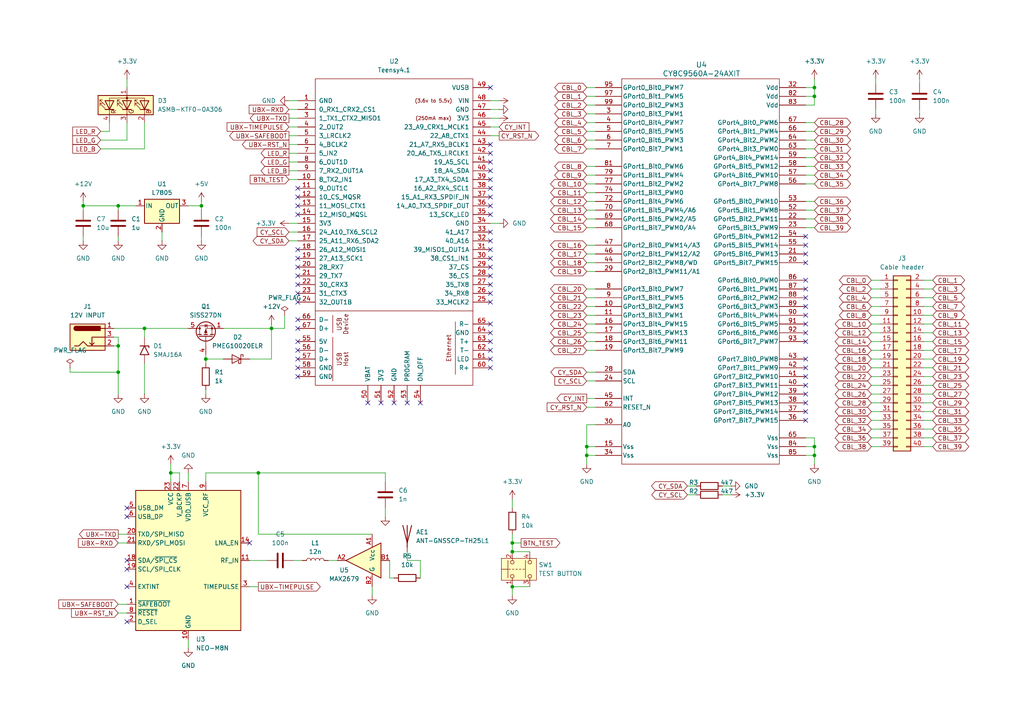
<source format=kicad_sch>
(kicad_sch (version 20250114) (generator "eeschema") (generator_version "9.0")
  (paper "A4")
  (title_block (title "Hardware Hiring Challenge") (date "2024-05-23") (rev "A") (company "comma.ai"))
  (lib_symbols
    (symbol "CY8C9560A:CY8C9560A-24AXIT" (pin_names (offset 0.254))
      (property "Reference" "U4" (at 23.114 4.064 0))
      (property "Value" "CY8C9560A-24AXIT" (at 23.114 1.524 0))
      (symbol "CY8C9560A-24AXIT_0_1"
        (pin bidirectional line (at -7.62 -2.54 0) (length 7.62) (name "GPort0_Bit0_PWM7") (number "95"))
        (pin bidirectional line (at -7.62 -5.08 0) (length 7.62) (name "GPort0_Bit1_PWM5") (number "97"))
        (pin bidirectional line (at -7.62 -7.62 0) (length 7.62) (name "GPort0_Bit2_PWM3") (number "99"))
        (pin bidirectional line (at -7.62 -10.16 0) (length 7.62) (name "GPort0_Bit3_PWM1") (number "3"))
        (pin bidirectional line (at -7.62 -12.7 0) (length 7.62) (name "GPort0_Bit4_PWM7") (number "4"))
        (pin bidirectional line (at -7.62 -15.24 0) (length 7.62) (name "GPort0_Bit5_PWM5") (number "5"))
        (pin bidirectional line (at -7.62 -17.78 0) (length 7.62) (name "GPort0_Bit6_PWM3") (number "6"))
        (pin bidirectional line (at -7.62 -20.32 0) (length 7.62) (name "GPort0_Bit7_PWM1") (number "7"))
        (pin bidirectional line (at -7.62 -25.4 0) (length 7.62) (name "GPort1_Bit0_PWM6") (number "81"))
        (pin bidirectional line (at -7.62 -27.94 0) (length 7.62) (name "GPort1_Bit1_PWM4") (number "79"))
        (pin bidirectional line (at -7.62 -30.48 0) (length 7.62) (name "GPort1_Bit2_PWM2") (number "77"))
        (pin bidirectional line (at -7.62 -33.02 0) (length 7.62) (name "GPort1_Bit3_PWM0") (number "74"))
        (pin bidirectional line (at -7.62 -35.56 0) (length 7.62) (name "GPort1_Bit4_PWM6") (number "72"))
        (pin bidirectional line (at -7.62 -38.1 0) (length 7.62) (name "GPort1_Bit5_PWM4/A6") (number "70"))
        (pin bidirectional line (at -7.62 -40.64 0) (length 7.62) (name "GPort1_Bit6_PWM2/A5") (number "69"))
        (pin bidirectional line (at -7.62 -43.18 0) (length 7.62) (name "GPort1_Bit7_PWM0/A4") (number "68"))
        (pin bidirectional line (at -7.62 -48.26 0) (length 7.62) (name "GPort2_Bit0_PWM14/A3") (number "47"))
        (pin bidirectional line (at -7.62 -50.8 0) (length 7.62) (name "GPort2_Bit1_PWM12/A2") (number "46"))
        (pin bidirectional line (at -7.62 -53.34 0) (length 7.62) (name "GPort2_Bit2_PWM8/WD") (number "44"))
        (pin bidirectional line (at -7.62 -55.88 0) (length 7.62) (name "GPort2_Bit3_PWM11/A1") (number "29"))
        (pin bidirectional line (at -7.62 -60.96 0) (length 7.62) (name "GPort3_Bit0_PWM7") (number "8"))
        (pin bidirectional line (at -7.62 -63.5 0) (length 7.62) (name "GPort3_Bit1_PWM5") (number "9"))
        (pin bidirectional line (at -7.62 -66.04 0) (length 7.62) (name "GPort3_Bit2_PWM3") (number "10"))
        (pin bidirectional line (at -7.62 -68.58 0) (length 7.62) (name "GPort3_Bit3_PWM1") (number "11"))
        (pin bidirectional line (at -7.62 -71.12 0) (length 7.62) (name "GPort3_Bit4_PWM15") (number "16"))
        (pin bidirectional line (at -7.62 -73.66 0) (length 7.62) (name "GPort3_Bit5_PWM13") (number "17"))
        (pin bidirectional line (at -7.62 -76.2 0) (length 7.62) (name "GPort3_Bit6_PWM11") (number "18"))
        (pin bidirectional line (at -7.62 -78.74 0) (length 7.62) (name "GPort3_Bit7_PWM9") (number "19"))
        (pin bidirectional line (at -7.62 -85.09 0) (length 7.62) (name "SDA") (number "28"))
        (pin input line (at -7.62 -87.63 0) (length 7.62) (name "SCL") (number "24"))
        (pin output line (at -7.62 -92.71 0) (length 7.62) (name "INT") (number "45"))
        (pin input line (at -7.62 -95.25 0) (length 7.62) (name "RESET_N") (number "62"))
        (pin input line (at -7.62 -100.33 0) (length 7.62) (name "A0") (number "30"))
        (pin power_in line (at -7.62 -106.68 0) (length 7.62) (name "Vss") (number "15"))
        (pin power_in line (at -7.62 -109.22 0) (length 7.62) (name "Vss") (number "34"))
        (pin power_in line (at 53.34 -2.54 180) (length 7.62) (name "Vdd") (number "32"))
        (pin power_in line (at 53.34 -5.08 180) (length 7.62) (name "Vdd") (number "82"))
        (pin power_in line (at 53.34 -7.62 180) (length 7.62) (name "Vdd") (number "83"))
        (pin bidirectional line (at 53.34 -15.24 180) (length 7.62) (name "GPort4_Bit1_PWM4") (number "66"))
        (pin bidirectional line (at 53.34 -17.78 180) (length 7.62) (name "GPort4_Bit2_PWM2") (number "64"))
        (pin bidirectional line (at 53.34 -20.32 180) (length 7.62) (name "GPort4_Bit3_PWM0") (number "63"))
        (pin bidirectional line (at 53.34 -22.86 180) (length 7.62) (name "GPort4_Bit4_PWM14") (number "59"))
        (pin bidirectional line (at 53.34 -25.4 180) (length 7.62) (name "GPort4_Bit5_PWM12") (number "58"))
        (pin bidirectional line (at 53.34 -27.94 180) (length 7.62) (name "GPort4_Bit6_PWM10") (number "57"))
        (pin bidirectional line (at 53.34 -30.48 180) (length 7.62) (name "GPort4_Bit7_PWM8") (number "56"))
        (pin bidirectional line (at 53.34 -35.56 180) (length 7.62) (name "GPort5_Bit0_PWM10") (number "53"))
        (pin bidirectional line (at 53.34 -38.1 180) (length 7.62) (name "GPort5_Bit1_PWM8") (number "52"))
        (pin bidirectional line (at 53.34 -40.64 180) (length 7.62) (name "GPort5_Bit2_PWM11") (number "22"))
        (pin bidirectional line (at 53.34 -43.18 180) (length 7.62) (name "GPort5_Bit3_PWM9") (number "23"))
        (pin bidirectional line (at 53.34 -45.72 180) (length 7.62) (name "GPort5_Bit4_PWM12") (number "54"))
        (pin bidirectional line (at 53.34 -48.26 180) (length 7.62) (name "GPort5_Bit5_PWM14") (number "55"))
        (pin bidirectional line (at 53.34 -50.8 180) (length 7.62) (name "GPort5_Bit6_PWM13") (number "21"))
        (pin bidirectional line (at 53.34 -53.34 180) (length 7.62) (name "GPort5_Bit7_PWM15") (number "20"))
        (pin bidirectional line (at 53.34 -58.42 180) (length 7.62) (name "GPort6_Bit0_PWM0") (number "86"))
        (pin bidirectional line (at 53.34 -60.96 180) (length 7.62) (name "GPort6_Bit1_PWM1") (number "87"))
        (pin bidirectional line (at 53.34 -63.5 180) (length 7.62) (name "GPort6_Bit2_PWM2") (number "88"))
        (pin bidirectional line (at 53.34 -66.04 180) (length 7.62) (name "GPort6_Bit3_PWM3") (number "89"))
        (pin bidirectional line (at 53.34 -68.58 180) (length 7.62) (name "GPort6_Bit4_PWM4") (number "90"))
        (pin bidirectional line (at 53.34 -71.12 180) (length 7.62) (name "GPort6_Bit5_PWM5") (number "91"))
        (pin bidirectional line (at 53.34 -73.66 180) (length 7.62) (name "GPort6_Bit6_PWM6") (number "92"))
        (pin bidirectional line (at 53.34 -76.2 180) (length 7.62) (name "GPort6_Bit7_PWM7") (number "93"))
        (pin bidirectional line (at 53.34 -81.28 180) (length 7.62) (name "GPort7_Bit0_PWM8") (number "43"))
        (pin bidirectional line (at 53.34 -83.82 180) (length 7.62) (name "GPort7_Bit1_PWM9") (number "42"))
        (pin bidirectional line (at 53.34 -86.36 180) (length 7.62) (name "GPort7_Bit2_PWM10") (number "41"))
        (pin bidirectional line (at 53.34 -88.9 180) (length 7.62) (name "GPort7_Bit3_PWM11") (number "40"))
        (pin bidirectional line (at 53.34 -91.44 180) (length 7.62) (name "GPort7_Bit4_PWM12") (number "39"))
        (pin bidirectional line (at 53.34 -93.98 180) (length 7.62) (name "GPort7_Bit5_PWM13") (number "38"))
        (pin bidirectional line (at 53.34 -96.52 180) (length 7.62) (name "GPort7_Bit6_PWM14") (number "37"))
        (pin bidirectional line (at 53.34 -99.06 180) (length 7.62) (name "GPort7_Bit7_PWM15") (number "36"))
        (pin power_in line (at 53.34 -104.14 180) (length 7.62) (name "Vss") (number "65"))
        (pin power_in line (at 53.34 -106.68 180) (length 7.62) (name "Vss") (number "84"))
        (pin power_in line (at 53.34 -109.22 180) (length 7.62) (name "Vss") (number "85"))
      )
      (symbol "CY8C9560A-24AXIT_1_1"
        (pin bidirectional line (at 53.34 -12.7 180) (length 7.62) (name "GPort4_Bit0_PWM6") (number "67"))
      )
    )
    (symbol "Connector:Barrel_Jack_Switch" (pin_names (hide yes))
      (property "Reference" "J" (at 0 5.334 0))
      (property "Value" "Barrel_Jack_Switch" (at 0 -5.08 0))
      (symbol "Barrel_Jack_Switch_1_1"
        (pin passive line (at 7.62 2.54 180) (length 2.54) (name "~") (number "1"))
        (pin passive line (at 7.62 0 180) (length 2.54) (name "~") (number "3"))
        (pin passive line (at 7.62 -2.54 180) (length 2.54) (name "~") (number "2"))
      )
    )
    (symbol "Connector_Generic:Conn_02x20_Odd_Even" (pin_names (offset 1.016) (hide yes))
      (property "Reference" "J" (at 1.27 25.4 0))
      (property "Value" "Conn_02x20_Odd_Even" (at 1.27 -27.94 0))
      (symbol "Conn_02x20_Odd_Even_1_1"
        (pin passive line (at -5.08 22.86 0) (length 3.81) (name "Pin_1") (number "1"))
        (pin passive line (at -5.08 20.32 0) (length 3.81) (name "Pin_3") (number "3"))
        (pin passive line (at -5.08 17.78 0) (length 3.81) (name "Pin_5") (number "5"))
        (pin passive line (at -5.08 15.24 0) (length 3.81) (name "Pin_7") (number "7"))
        (pin passive line (at -5.08 12.7 0) (length 3.81) (name "Pin_9") (number "9"))
        (pin passive line (at -5.08 10.16 0) (length 3.81) (name "Pin_11") (number "11"))
        (pin passive line (at -5.08 7.62 0) (length 3.81) (name "Pin_13") (number "13"))
        (pin passive line (at -5.08 5.08 0) (length 3.81) (name "Pin_15") (number "15"))
        (pin passive line (at -5.08 2.54 0) (length 3.81) (name "Pin_17") (number "17"))
        (pin passive line (at -5.08 0 0) (length 3.81) (name "Pin_19") (number "19"))
        (pin passive line (at -5.08 -2.54 0) (length 3.81) (name "Pin_21") (number "21"))
        (pin passive line (at -5.08 -5.08 0) (length 3.81) (name "Pin_23") (number "23"))
        (pin passive line (at -5.08 -7.62 0) (length 3.81) (name "Pin_25") (number "25"))
        (pin passive line (at -5.08 -10.16 0) (length 3.81) (name "Pin_27") (number "27"))
        (pin passive line (at -5.08 -12.7 0) (length 3.81) (name "Pin_29") (number "29"))
        (pin passive line (at -5.08 -15.24 0) (length 3.81) (name "Pin_31") (number "31"))
        (pin passive line (at -5.08 -17.78 0) (length 3.81) (name "Pin_33") (number "33"))
        (pin passive line (at -5.08 -20.32 0) (length 3.81) (name "Pin_35") (number "35"))
        (pin passive line (at -5.08 -22.86 0) (length 3.81) (name "Pin_37") (number "37"))
        (pin passive line (at -5.08 -25.4 0) (length 3.81) (name "Pin_39") (number "39"))
        (pin passive line (at 7.62 22.86 180) (length 3.81) (name "Pin_2") (number "2"))
        (pin passive line (at 7.62 20.32 180) (length 3.81) (name "Pin_4") (number "4"))
        (pin passive line (at 7.62 17.78 180) (length 3.81) (name "Pin_6") (number "6"))
        (pin passive line (at 7.62 15.24 180) (length 3.81) (name "Pin_8") (number "8"))
        (pin passive line (at 7.62 12.7 180) (length 3.81) (name "Pin_10") (number "10"))
        (pin passive line (at 7.62 10.16 180) (length 3.81) (name "Pin_12") (number "12"))
        (pin passive line (at 7.62 7.62 180) (length 3.81) (name "Pin_14") (number "14"))
        (pin passive line (at 7.62 5.08 180) (length 3.81) (name "Pin_16") (number "16"))
        (pin passive line (at 7.62 2.54 180) (length 3.81) (name "Pin_18") (number "18"))
        (pin passive line (at 7.62 0 180) (length 3.81) (name "Pin_20") (number "20"))
        (pin passive line (at 7.62 -2.54 180) (length 3.81) (name "Pin_22") (number "22"))
        (pin passive line (at 7.62 -5.08 180) (length 3.81) (name "Pin_24") (number "24"))
        (pin passive line (at 7.62 -7.62 180) (length 3.81) (name "Pin_26") (number "26"))
        (pin passive line (at 7.62 -10.16 180) (length 3.81) (name "Pin_28") (number "28"))
        (pin passive line (at 7.62 -12.7 180) (length 3.81) (name "Pin_30") (number "30"))
        (pin passive line (at 7.62 -15.24 180) (length 3.81) (name "Pin_32") (number "32"))
        (pin passive line (at 7.62 -17.78 180) (length 3.81) (name "Pin_34") (number "34"))
        (pin passive line (at 7.62 -20.32 180) (length 3.81) (name "Pin_36") (number "36"))
        (pin passive line (at 7.62 -22.86 180) (length 3.81) (name "Pin_38") (number "38"))
        (pin passive line (at 7.62 -25.4 180) (length 3.81) (name "Pin_40") (number "40"))
      )
    )
    (symbol "Device:Antenna" (pin_numbers (hide yes)) (pin_names (offset 1.016) (hide yes))
      (property "Reference" "AE" (at -1.905 1.905 0))
      (property "Value" "Antenna" (at -1.905 0 0))
      (symbol "Antenna_1_1"
        (pin input line (at 0 -5.08 90) (length 2.54) (name "A") (number "1"))
      )
    )
    (symbol "Device:C" (pin_numbers (hide yes)) (pin_names (offset 0.254))
      (property "Reference" "C" (at 0.635 2.54 0))
      (property "Value" "C" (at 0.635 -2.54 0))
      (symbol "C_1_1"
        (pin passive line (at 0 3.81 270) (length 2.794) (name "~") (number "1"))
        (pin passive line (at 0 -3.81 90) (length 2.794) (name "~") (number "2"))
      )
    )
    (symbol "Device:L" (pin_numbers (hide yes)) (pin_names (offset 1.016) (hide yes))
      (property "Reference" "L" (at -1.27 0 90))
      (property "Value" "L" (at 1.905 0 90))
      (symbol "L_1_1"
        (pin passive line (at 0 3.81 270) (length 1.27) (name "1") (number "1"))
        (pin passive line (at 0 -3.81 90) (length 1.27) (name "2") (number "2"))
      )
    )
    (symbol "Device:LED_ABGR" (pin_names (offset 0) (hide yes))
      (property "Reference" "D" (at 0 9.398 0))
      (property "Value" "LED_ABGR" (at 0 -8.89 0))
      (symbol "LED_ABGR_0_0"
        (text "R" (at -1.905 3.81 0) (effects (font (size 1.27 1.27))))
        (text "G" (at -1.905 -1.27 0) (effects (font (size 1.27 1.27))))
        (text "B" (at -1.905 -6.35 0) (effects (font (size 1.27 1.27))))
      )
      (symbol "LED_ABGR_1_1"
        (pin passive line (at -5.08 5.08 0) (length 2.54) (name "RK") (number "4"))
        (pin passive line (at -5.08 0 0) (length 2.54) (name "GK") (number "3"))
        (pin passive line (at -5.08 -5.08 0) (length 2.54) (name "BK") (number "2"))
        (pin passive line (at 5.08 0 180) (length 2.54) (name "A") (number "1"))
      )
    )
    (symbol "Device:R" (pin_numbers (hide yes)) (pin_names (offset 0))
      (property "Reference" "R" (at 2.032 0 90))
      (property "Value" "R" (at 0 0 90))
      (symbol "R_1_1"
        (pin passive line (at 0 3.81 270) (length 1.27) (name "~") (number "1"))
        (pin passive line (at 0 -3.81 90) (length 1.27) (name "~") (number "2"))
      )
    )
    (symbol "Diode:PMEG10020ELR" (pin_numbers (hide yes)) (pin_names (hide yes))
      (property "Reference" "D" (at 0 2.54 0))
      (property "Value" "PMEG10020ELR" (at 0 -2.54 0))
      (symbol "PMEG10020ELR_1_1"
        (pin passive line (at -3.81 0 0) (length 2.54) (name "K") (number "1"))
        (pin passive line (at 3.81 0 180) (length 2.54) (name "A") (number "2"))
      )
    )
    (symbol "Diode:SMAJ16A" (pin_numbers (hide yes)) (pin_names (offset 1.016) (hide yes))
      (property "Reference" "D" (at 0 2.54 0))
      (property "Value" "SMAJ16A" (at 0 -2.54 0))
      (symbol "SMAJ16A_1_1"
        (pin passive line (at -3.81 0 0) (length 2.54) (name "A1") (number "1"))
        (pin passive line (at 3.81 0 180) (length 2.54) (name "A2") (number "2"))
      )
    )
    (symbol "RF_Amplifier:MAX2679"
      (property "Reference" "U" (at 2.54 6.35 0))
      (property "Value" "MAX2679" (at 3.81 3.81 0))
      (symbol "MAX2679_1_1"
        (pin input line (at -7.62 0 0) (length 2.54) (name "~") (number "B1"))
        (pin power_in line (at -2.54 7.62 270) (length 3.81) (name "Vcc") (number "A1"))
        (pin power_in line (at -2.54 -7.62 90) (length 3.81) (name "G") (number "B2"))
        (pin output line (at 7.62 0 180) (length 2.54) (name "~") (number "A2"))
      )
    )
    (symbol "RF_GPS:NEO-M8N"
      (property "Reference" "U" (at -13.97 21.59 0))
      (property "Value" "NEO-M8N" (at 11.43 21.59 0))
      (symbol "NEO-M8N_1_1"
        (pin bidirectional line (at -17.78 15.24 0) (length 2.54) (name "USB_DM") (number "5"))
        (pin bidirectional line (at -17.78 12.7 0) (length 2.54) (name "USB_DP") (number "6"))
        (pin output line (at -17.78 7.62 0) (length 2.54) (name "TXD/SPI_MISO") (number "20"))
        (pin input line (at -17.78 5.08 0) (length 2.54) (name "RXD/SPI_MOSI") (number "21"))
        (pin bidirectional line (at -17.78 0 0) (length 2.54) (name "SDA/~{SPI_CS}") (number "18"))
        (pin input line (at -17.78 -2.54 0) (length 2.54) (name "SCL/SPI_CLK") (number "19"))
        (pin input line (at -17.78 -7.62 0) (length 2.54) (name "EXTINT") (number "4"))
        (pin input line (at -17.78 -12.7 0) (length 2.54) (name "~{SAFEBOOT}") (number "1"))
        (pin input line (at -17.78 -15.24 0) (length 2.54) (name "~{RESET}") (number "8"))
        (pin input line (at -17.78 -17.78 0) (length 2.54) (name "D_SEL") (number "2"))
        (pin power_in line (at -5.08 22.86 270) (length 2.54) (name "VCC") (number "23"))
        (pin power_in line (at -2.54 22.86 270) (length 2.54) (name "V_BCKP") (number "22"))
        (pin power_in line (at 0 22.86 270) (length 2.54) (name "VDD_USB") (number "7"))
        (pin power_in line (at 0 -22.86 90) (length 2.54) (name "GND") (number "10"))
        (pin passive line (at 0 -22.86 90) (length 2.54) (hide yes) (name "GND") (number "12"))
        (pin passive line (at 0 -22.86 90) (length 2.54) (hide yes) (name "GND") (number "13"))
        (pin passive line (at 0 -22.86 90) (length 2.54) (hide yes) (name "GND") (number "24"))
        (pin power_out line (at 5.08 22.86 270) (length 2.54) (name "VCC_RF") (number "9"))
        (pin no_connect line (at 15.24 -10.16 180) (length 2.54) (hide yes) (name "RESERVED") (number "15"))
        (pin no_connect line (at 15.24 -12.7 180) (length 2.54) (hide yes) (name "RESERVED") (number "16"))
        (pin no_connect line (at 15.24 -15.24 180) (length 2.54) (hide yes) (name "RESERVED") (number "17"))
        (pin output line (at 17.78 5.08 180) (length 2.54) (name "LNA_EN") (number "14"))
        (pin input line (at 17.78 0 180) (length 2.54) (name "RF_IN") (number "11"))
        (pin output line (at 17.78 -7.62 180) (length 2.54) (name "TIMEPULSE") (number "3"))
      )
    )
    (symbol "Regulator_Linear:L7805" (pin_names (offset 0.254))
      (property "Reference" "U" (at -3.81 3.175 0))
      (property "Value" "L7805" (at 0 3.175 0))
      (symbol "L7805_1_1"
        (pin power_in line (at -7.62 0 0) (length 2.54) (name "IN") (number "1"))
        (pin power_in line (at 0 -7.62 90) (length 2.54) (name "GND") (number "2"))
        (pin power_out line (at 7.62 0 180) (length 2.54) (name "OUT") (number "3"))
      )
    )
    (symbol "Switch:SW_Push_Dual" (pin_names (offset 1.016) (hide yes))
      (property "Reference" "SW" (at 0 7.62 0))
      (property "Value" "SW_Push_Dual" (at 0 -6.35 0))
      (symbol "SW_Push_Dual_0_1"
        (pin passive line (at -5.08 2.54 0) (length 2.54) (name "1") (number "1"))
        (pin passive line (at -5.08 -2.54 0) (length 2.54) (name "3") (number "3"))
        (pin passive line (at 5.08 2.54 180) (length 2.54) (name "2") (number "2"))
        (pin passive line (at 5.08 -2.54 180) (length 2.54) (name "4") (number "4"))
      )
    )
    (symbol "Transistor_FET:SiSS27DN" (pin_names (hide yes))
      (property "Reference" "Q" (at 5.08 1.905 0))
      (property "Value" "SiSS27DN" (at 5.08 0 0))
      (symbol "SiSS27DN_1_1"
        (pin passive line (at -5.08 0 0) (length 2.54) (name "G") (number "4"))
        (pin passive line (at 2.54 5.08 270) (length 2.54) (name "D") (number "5"))
        (pin passive line (at 2.54 -5.08 90) (length 2.54) (name "S") (number "1"))
        (pin passive line (at 2.54 -5.08 90) (length 2.54) (hide yes) (name "S") (number "2"))
        (pin passive line (at 2.54 -5.08 90) (length 2.54) (hide yes) (name "S") (number "3"))
      )
    )
    (symbol "power:+12V" (power) (pin_numbers (hide yes)) (pin_names (offset 0) (hide yes))
      (property "Value" "+12V" (at 0 3.556 0))
      (symbol "+12V_1_1"
        (pin power_in line (at 0 0 90) (length 0) (name "~") (number "1"))
      )
    )
    (symbol "power:+3.3V" (power) (pin_numbers (hide yes)) (pin_names (offset 0) (hide yes))
      (property "Value" "+3.3V" (at 0 3.556 0))
      (symbol "+3.3V_1_1"
        (pin power_in line (at 0 0 90) (length 0) (name "~") (number "1"))
      )
    )
    (symbol "power:+5V" (power) (pin_numbers (hide yes)) (pin_names (offset 0) (hide yes))
      (property "Value" "+5V" (at 0 3.556 0))
      (symbol "+5V_1_1"
        (pin power_in line (at 0 0 90) (length 0) (name "~") (number "1"))
      )
    )
    (symbol "power:GND" (power) (pin_numbers (hide yes)) (pin_names (offset 0) (hide yes))
      (property "Value" "GND" (at 0 -3.81 0))
      (symbol "GND_1_1"
        (pin power_in line (at 0 0 270) (length 0) (name "~") (number "1"))
      )
    )
    (symbol "power:PWR_FLAG" (power) (pin_numbers (hide yes)) (pin_names (offset 0) (hide yes))
      (property "Value" "PWR_FLAG" (at 0 3.81 0))
      (symbol "PWR_FLAG_0_0"
        (pin power_out line (at 0 0 90) (length 0) (name "~") (number "1"))
      )
    )
    (symbol "teensy:Teensy4.1" (pin_names (offset 1.016))
      (property "Reference" "U2" (at 0 66.04 0))
      (property "Value" "Teensy4.1" (at 0 63.5 0))
      (symbol "Teensy4.1_0_0"
        (text "USB" (at -15.875 -10.16 900) (effects (font (size 1.27 1.27))))
        (text "USB" (at -15.875 -20.32 900) (effects (font (size 1.27 1.27))))
        (text "Device" (at -13.97 -10.16 900) (effects (font (size 1.27 1.27))))
        (text "Host" (at -13.97 -20.32 900) (effects (font (size 1.27 1.27))))
        (text "(3.6v to 5.5v)" (at 11.43 54.61 0) (effects (font (size 1.016 1.016))))
        (text "(250mA max)" (at 11.43 49.53 0) (effects (font (size 1.016 1.016))))
        (text "Ethernet" (at 15.875 -17.145 900) (effects (font (size 1.27 1.27))))
        (pin bidirectional line (at -27.94 44.45 0) (length 5.08) (name "3_LRCLK2") (number "5"))
        (pin bidirectional line (at -27.94 41.91 0) (length 5.08) (name "4_BCLK2") (number "6"))
        (pin bidirectional line (at -27.94 39.37 0) (length 5.08) (name "5_IN2") (number "7"))
        (pin bidirectional line (at -27.94 36.83 0) (length 5.08) (name "6_OUT1D") (number "8"))
        (pin bidirectional line (at -27.94 34.29 0) (length 5.08) (name "7_RX2_OUT1A") (number "9"))
        (pin bidirectional line (at -27.94 31.75 0) (length 5.08) (name "8_TX2_IN1") (number "10"))
        (pin bidirectional line (at -27.94 29.21 0) (length 5.08) (name "9_OUT1C") (number "11"))
        (pin bidirectional line (at -27.94 26.67 0) (length 5.08) (name "10_CS_MQSR") (number "12"))
        (pin bidirectional line (at -27.94 24.13 0) (length 5.08) (name "11_MOSI_CTX1") (number "13"))
        (pin bidirectional line (at -27.94 21.59 0) (length 5.08) (name "12_MISO_MQSL") (number "14"))
        (pin power_in line (at -27.94 19.05 0) (length 5.08) (name "3V3") (number "15"))
        (pin bidirectional line (at -27.94 16.51 0) (length 5.08) (name "24_A10_TX6_SCL2") (number "16"))
        (pin bidirectional line (at -27.94 13.97 0) (length 5.08) (name "25_A11_RX6_SDA2") (number "17"))
        (pin bidirectional line (at -27.94 11.43 0) (length 5.08) (name "26_A12_MOSI1") (number "18"))
        (pin bidirectional line (at -27.94 8.89 0) (length 5.08) (name "27_A13_SCK1") (number "19"))
        (pin bidirectional line (at -27.94 6.35 0) (length 5.08) (name "28_RX7") (number "20"))
        (pin bidirectional line (at -27.94 3.81 0) (length 5.08) (name "29_TX7") (number "21"))
        (pin bidirectional line (at -27.94 1.27 0) (length 5.08) (name "30_CRX3") (number "22"))
        (pin bidirectional line (at -27.94 -1.27 0) (length 5.08) (name "31_CTX3") (number "23"))
        (pin bidirectional line (at -27.94 -3.81 0) (length 5.08) (name "32_OUT1B") (number "24"))
        (pin bidirectional line (at -27.94 -8.89 0) (length 5.08) (name "D-") (number "66"))
        (pin bidirectional line (at -27.94 -11.43 0) (length 5.08) (name "D+") (number "67"))
        (pin power_out line (at -27.94 -15.24 0) (length 5.08) (name "5V") (number "55"))
        (pin bidirectional line (at -27.94 -17.78 0) (length 5.08) (name "D-") (number "56"))
        (pin bidirectional line (at -27.94 -20.32 0) (length 5.08) (name "D+") (number "57"))
        (pin power_in line (at -27.94 -22.86 0) (length 5.08) (name "GND") (number "58"))
        (pin power_in line (at -27.94 -25.4 0) (length 5.08) (name "GND") (number "59"))
        (pin power_in line (at -7.62 -33.02 90) (length 5.08) (name "VBAT") (number "50"))
        (pin power_in line (at -3.81 -33.02 90) (length 5.08) (name "3V3") (number "51"))
        (pin input line (at 0 -33.02 90) (length 5.08) (name "GND") (number "52"))
        (pin input line (at 3.81 -33.02 90) (length 5.08) (name "PROGRAM") (number "53"))
        (pin input line (at 7.62 -33.02 90) (length 5.08) (name "ON_OFF") (number "54"))
        (pin power_out line (at 27.94 58.42 180) (length 5.08) (name "VUSB") (number "49"))
        (pin power_in line (at 27.94 54.61 180) (length 5.08) (name "VIN") (number "48"))
        (pin power_in line (at 27.94 52.07 180) (length 5.08) (name "GND") (number "47"))
        (pin bidirectional line (at 27.94 46.99 180) (length 5.08) (name "23_A9_CRX1_MCLK1") (number "45"))
        (pin bidirectional line (at 27.94 44.45 180) (length 5.08) (name "22_A8_CTX1") (number "44"))
        (pin bidirectional line (at 27.94 41.91 180) (length 5.08) (name "21_A7_RX5_BCLK1") (number "43"))
        (pin bidirectional line (at 27.94 39.37 180) (length 5.08) (name "20_A6_TX5_LRCLK1") (number "42"))
        (pin bidirectional line (at 27.94 36.83 180) (length 5.08) (name "19_A5_SCL") (number "41"))
        (pin bidirectional line (at 27.94 34.29 180) (length 5.08) (name "18_A4_SDA") (number "40"))
        (pin bidirectional line (at 27.94 31.75 180) (length 5.08) (name "17_A3_TX4_SDA1") (number "39"))
        (pin bidirectional line (at 27.94 29.21 180) (length 5.08) (name "16_A2_RX4_SCL1") (number "38"))
        (pin bidirectional line (at 27.94 26.67 180) (length 5.08) (name "15_A1_RX3_SPDIF_IN") (number "37"))
        (pin bidirectional line (at 27.94 24.13 180) (length 5.08) (name "14_A0_TX3_SPDIF_OUT") (number "36"))
        (pin bidirectional line (at 27.94 21.59 180) (length 5.08) (name "13_SCK_LED") (number "35"))
        (pin bidirectional line (at 27.94 16.51 180) (length 5.08) (name "41_A17") (number "33"))
        (pin bidirectional line (at 27.94 13.97 180) (length 5.08) (name "40_A16") (number "32"))
        (pin bidirectional line (at 27.94 11.43 180) (length 5.08) (name "39_MISO1_OUT1A") (number "31"))
        (pin bidirectional line (at 27.94 8.89 180) (length 5.08) (name "38_CS1_IN1") (number "30"))
        (pin bidirectional line (at 27.94 6.35 180) (length 5.08) (name "37_CS") (number "29"))
        (pin bidirectional line (at 27.94 3.81 180) (length 5.08) (name "36_CS") (number "28"))
        (pin bidirectional line (at 27.94 1.27 180) (length 5.08) (name "35_TX8") (number "27"))
        (pin bidirectional line (at 27.94 -1.27 180) (length 5.08) (name "34_RX8") (number "26"))
        (pin bidirectional line (at 27.94 -3.81 180) (length 5.08) (name "33_MCLK2") (number "25"))
        (pin bidirectional line (at 27.94 -10.16 180) (length 5.08) (name "R-") (number "65"))
        (pin power_in line (at 27.94 -12.7 180) (length 5.08) (name "GND") (number "64"))
        (pin bidirectional line (at 27.94 -15.24 180) (length 5.08) (name "T+") (number "63"))
        (pin bidirectional line (at 27.94 -17.78 180) (length 5.08) (name "T-") (number "62"))
        (pin bidirectional line (at 27.94 -20.32 180) (length 5.08) (name "LED") (number "61"))
        (pin bidirectional line (at 27.94 -22.86 180) (length 5.08) (name "R+") (number "60"))
      )
      (symbol "Teensy4.1_1_0"
        (pin power_out line (at 27.94 49.53 180) (length 5.08) (name "3V3") (number "46"))
      )
      (symbol "Teensy4.1_1_1"
        (pin power_in line (at -27.94 54.61 0) (length 5.08) (name "GND") (number "1"))
        (pin bidirectional line (at -27.94 52.07 0) (length 5.08) (name "0_RX1_CRX2_CS1") (number "2"))
        (pin bidirectional line (at -27.94 49.53 0) (length 5.08) (name "1_TX1_CTX2_MISO1") (number "3"))
        (pin bidirectional line (at -27.94 46.99 0) (length 5.08) (name "2_OUT2") (number "4"))
        (pin power_in line (at 27.94 19.05 180) (length 5.08) (name "GND") (number "34"))
      )
    )
  )
  (junction (at 74.93 137.16))
  (junction (at 41.91 95.25))
  (junction (at 236.22 132.08))
  (junction (at 24.13 59.69))
  (junction (at 34.29 107.95))
  (junction (at 58.42 59.69))
  (junction (at 148.59 157.48))
  (junction (at 34.29 59.69))
  (junction (at 148.59 160.02))
  (junction (at 170.18 132.08))
  (junction (at 236.22 129.54))
  (junction (at 34.29 100.33))
  (junction (at 78.74 95.25))
  (junction (at 236.22 25.4))
  (junction (at 59.69 104.14))
  (junction (at 236.22 27.94))
  (junction (at 170.18 129.54))
  (junction (at 49.53 137.16))
  (junction (at 148.59 170.18))
  (no_connect (at 86.36 57.15))
  (no_connect (at 142.24 104.14))
  (no_connect (at 121.92 116.84))
  (no_connect (at 142.24 41.91))
  (no_connect (at 142.24 96.52))
  (no_connect (at 36.83 162.56))
  (no_connect (at 106.68 116.84))
  (no_connect (at 86.36 99.06))
  (no_connect (at 233.68 71.12))
  (no_connect (at 233.68 73.66))
  (no_connect (at 86.36 85.09))
  (no_connect (at 36.83 149.86))
  (no_connect (at 233.68 114.3))
  (no_connect (at 114.3 116.84))
  (no_connect (at 86.36 106.68))
  (no_connect (at 142.24 67.31))
  (no_connect (at 142.24 49.53))
  (no_connect (at 86.36 82.55))
  (no_connect (at 142.24 62.23))
  (no_connect (at 233.68 119.38))
  (no_connect (at 86.36 80.01))
  (no_connect (at 86.36 59.69))
  (no_connect (at 233.68 121.92))
  (no_connect (at 142.24 87.63))
  (no_connect (at 110.49 116.84))
  (no_connect (at 233.68 91.44))
  (no_connect (at 36.83 180.34))
  (no_connect (at 233.68 86.36))
  (no_connect (at 233.68 104.14))
  (no_connect (at 233.68 93.98))
  (no_connect (at 233.68 96.52))
  (no_connect (at 86.36 92.71))
  (no_connect (at 233.68 111.76))
  (no_connect (at 86.36 87.63))
  (no_connect (at 36.83 165.1))
  (no_connect (at 86.36 104.14))
  (no_connect (at 142.24 82.55))
  (no_connect (at 36.83 147.32))
  (no_connect (at 142.24 54.61))
  (no_connect (at 142.24 69.85))
  (no_connect (at 233.68 68.58))
  (no_connect (at 142.24 85.09))
  (no_connect (at 86.36 54.61))
  (no_connect (at 142.24 59.69))
  (no_connect (at 36.83 170.18))
  (no_connect (at 233.68 81.28))
  (no_connect (at 86.36 72.39))
  (no_connect (at 233.68 76.2))
  (no_connect (at 142.24 46.99))
  (no_connect (at 233.68 106.68))
  (no_connect (at 142.24 25.4))
  (no_connect (at 233.68 88.9))
  (no_connect (at 86.36 74.93))
  (no_connect (at 86.36 101.6))
  (no_connect (at 142.24 101.6))
  (no_connect (at 142.24 74.93))
  (no_connect (at 233.68 99.06))
  (no_connect (at 142.24 72.39))
  (no_connect (at 86.36 109.22))
  (no_connect (at 142.24 80.01))
  (no_connect (at 142.24 99.06))
  (no_connect (at 233.68 109.22))
  (no_connect (at 86.36 95.25))
  (no_connect (at 233.68 83.82))
  (no_connect (at 86.36 62.23))
  (no_connect (at 142.24 52.07))
  (no_connect (at 142.24 77.47))
  (no_connect (at 142.24 93.98))
  (no_connect (at 86.36 77.47))
  (no_connect (at 142.24 57.15))
  (no_connect (at 72.39 157.48))
  (no_connect (at 118.11 116.84))
  (no_connect (at 142.24 44.45))
  (no_connect (at 142.24 106.68))
  (no_connect (at 233.68 116.84))
  (wire (pts (xy 236.22 35.56) (xy 233.68 35.56)))
  (wire (pts (xy 20.32 106.68) (xy 20.32 107.95)))
  (wire (pts (xy 233.68 25.4) (xy 236.22 25.4)))
  (wire (pts (xy 24.13 59.69) (xy 24.13 60.96)))
  (wire (pts (xy 83.82 41.91) (xy 86.36 41.91)))
  (wire (pts (xy 236.22 58.42) (xy 233.68 58.42)))
  (wire (pts (xy 33.02 95.25) (xy 41.91 95.25)))
  (wire (pts (xy 113.03 167.64) (xy 114.3 167.64)))
  (wire (pts (xy 59.69 104.14) (xy 64.77 104.14)))
  (wire (pts (xy 24.13 59.69) (xy 34.29 59.69)))
  (wire (pts (xy 111.76 147.32) (xy 111.76 149.86)))
  (wire (pts (xy 270.51 119.38) (xy 267.97 119.38)))
  (wire (pts (xy 252.73 88.9) (xy 255.27 88.9)))
  (wire (pts (xy 49.53 134.62) (xy 49.53 137.16)))
  (wire (pts (xy 170.18 53.34) (xy 172.72 53.34)))
  (wire (pts (xy 34.29 68.58) (xy 34.29 69.85)))
  (wire (pts (xy 170.18 60.96) (xy 172.72 60.96)))
  (wire (pts (xy 34.29 177.8) (xy 36.83 177.8)))
  (wire (pts (xy 270.51 81.28) (xy 267.97 81.28)))
  (wire (pts (xy 170.18 91.44) (xy 172.72 91.44)))
  (wire (pts (xy 170.18 93.98) (xy 172.72 93.98)))
  (wire (pts (xy 41.91 95.25) (xy 54.61 95.25)))
  (wire (pts (xy 82.55 91.44) (xy 82.55 95.25)))
  (wire (pts (xy 172.72 123.19) (xy 170.18 123.19)))
  (wire (pts (xy 170.18 48.26) (xy 172.72 48.26)))
  (wire (pts (xy 170.18 58.42) (xy 172.72 58.42)))
  (wire (pts (xy 59.69 102.87) (xy 59.69 104.14)))
  (wire (pts (xy 170.18 30.48) (xy 172.72 30.48)))
  (wire (pts (xy 170.18 123.19) (xy 170.18 129.54)))
  (wire (pts (xy 236.22 43.18) (xy 233.68 43.18)))
  (wire (pts (xy 170.18 96.52) (xy 172.72 96.52)))
  (wire (pts (xy 233.68 129.54) (xy 236.22 129.54)))
  (wire (pts (xy 148.59 170.18) (xy 148.59 172.72)))
  (wire (pts (xy 270.51 88.9) (xy 267.97 88.9)))
  (wire (pts (xy 34.29 175.26) (xy 36.83 175.26)))
  (wire (pts (xy 233.68 30.48) (xy 236.22 30.48)))
  (wire (pts (xy 72.39 170.18) (xy 74.93 170.18)))
  (wire (pts (xy 252.73 127) (xy 255.27 127)))
  (wire (pts (xy 170.18 78.74) (xy 172.72 78.74)))
  (wire (pts (xy 252.73 106.68) (xy 255.27 106.68)))
  (wire (pts (xy 33.02 100.33) (xy 34.29 100.33)))
  (wire (pts (xy 236.22 66.04) (xy 233.68 66.04)))
  (wire (pts (xy 199.39 140.97) (xy 201.93 140.97)))
  (wire (pts (xy 36.83 40.64) (xy 36.83 35.56)))
  (wire (pts (xy 34.29 107.95) (xy 34.29 114.3)))
  (wire (pts (xy 54.61 185.42) (xy 54.61 187.96)))
  (wire (pts (xy 170.18 35.56) (xy 172.72 35.56)))
  (wire (pts (xy 49.53 139.7) (xy 49.53 137.16)))
  (wire (pts (xy 170.18 118.11) (xy 172.72 118.11)))
  (wire (pts (xy 170.18 99.06) (xy 172.72 99.06)))
  (wire (pts (xy 236.22 129.54) (xy 236.22 132.08)))
  (wire (pts (xy 64.77 95.25) (xy 78.74 95.25)))
  (wire (pts (xy 83.82 67.31) (xy 86.36 67.31)))
  (wire (pts (xy 83.82 52.07) (xy 86.36 52.07)))
  (wire (pts (xy 270.51 127) (xy 267.97 127)))
  (wire (pts (xy 170.18 33.02) (xy 172.72 33.02)))
  (wire (pts (xy 270.51 106.68) (xy 267.97 106.68)))
  (wire (pts (xy 29.21 43.18) (xy 41.91 43.18)))
  (wire (pts (xy 36.83 22.86) (xy 36.83 25.4)))
  (wire (pts (xy 58.42 59.69) (xy 58.42 60.96)))
  (wire (pts (xy 270.51 86.36) (xy 267.97 86.36)))
  (wire (pts (xy 252.73 124.46) (xy 255.27 124.46)))
  (wire (pts (xy 270.51 116.84) (xy 267.97 116.84)))
  (wire (pts (xy 148.59 157.48) (xy 151.13 157.48)))
  (wire (pts (xy 252.73 111.76) (xy 255.27 111.76)))
  (wire (pts (xy 118.11 162.56) (xy 118.11 160.02)))
  (wire (pts (xy 170.18 25.4) (xy 172.72 25.4)))
  (wire (pts (xy 270.51 96.52) (xy 267.97 96.52)))
  (wire (pts (xy 24.13 58.42) (xy 24.13 59.69)))
  (wire (pts (xy 59.69 104.14) (xy 59.69 105.41)))
  (wire (pts (xy 34.29 59.69) (xy 34.29 60.96)))
  (wire (pts (xy 95.25 162.56) (xy 97.79 162.56)))
  (wire (pts (xy 170.18 66.04) (xy 172.72 66.04)))
  (wire (pts (xy 34.29 157.48) (xy 36.83 157.48)))
  (wire (pts (xy 236.22 132.08) (xy 236.22 134.62)))
  (wire (pts (xy 236.22 38.1) (xy 233.68 38.1)))
  (wire (pts (xy 142.24 39.37) (xy 144.78 39.37)))
  (wire (pts (xy 83.82 29.21) (xy 86.36 29.21)))
  (wire (pts (xy 170.18 83.82) (xy 172.72 83.82)))
  (wire (pts (xy 236.22 127) (xy 236.22 129.54)))
  (wire (pts (xy 252.73 104.14) (xy 255.27 104.14)))
  (wire (pts (xy 85.09 162.56) (xy 87.63 162.56)))
  (wire (pts (xy 266.7 31.75) (xy 266.7 33.02)))
  (wire (pts (xy 252.73 86.36) (xy 255.27 86.36)))
  (wire (pts (xy 34.29 100.33) (xy 34.29 107.95)))
  (wire (pts (xy 41.91 105.41) (xy 41.91 114.3)))
  (wire (pts (xy 209.55 143.51) (xy 212.09 143.51)))
  (wire (pts (xy 83.82 49.53) (xy 86.36 49.53)))
  (wire (pts (xy 170.18 132.08) (xy 172.72 132.08)))
  (wire (pts (xy 74.93 154.94) (xy 74.93 137.16)))
  (wire (pts (xy 170.18 43.18) (xy 172.72 43.18)))
  (wire (pts (xy 59.69 137.16) (xy 59.69 139.7)))
  (wire (pts (xy 170.18 27.94) (xy 172.72 27.94)))
  (wire (pts (xy 78.74 104.14) (xy 72.39 104.14)))
  (wire (pts (xy 170.18 38.1) (xy 172.72 38.1)))
  (wire (pts (xy 236.22 48.26) (xy 233.68 48.26)))
  (wire (pts (xy 142.24 64.77) (xy 144.78 64.77)))
  (wire (pts (xy 170.18 55.88) (xy 172.72 55.88)))
  (wire (pts (xy 252.73 99.06) (xy 255.27 99.06)))
  (wire (pts (xy 252.73 96.52) (xy 255.27 96.52)))
  (wire (pts (xy 20.32 107.95) (xy 34.29 107.95)))
  (wire (pts (xy 113.03 162.56) (xy 113.03 167.64)))
  (wire (pts (xy 121.92 162.56) (xy 118.11 162.56)))
  (wire (pts (xy 252.73 116.84) (xy 255.27 116.84)))
  (wire (pts (xy 270.51 129.54) (xy 267.97 129.54)))
  (wire (pts (xy 236.22 60.96) (xy 233.68 60.96)))
  (wire (pts (xy 24.13 68.58) (xy 24.13 69.85)))
  (wire (pts (xy 83.82 34.29) (xy 86.36 34.29)))
  (wire (pts (xy 54.61 137.16) (xy 54.61 139.7)))
  (wire (pts (xy 236.22 30.48) (xy 236.22 27.94)))
  (wire (pts (xy 270.51 93.98) (xy 267.97 93.98)))
  (wire (pts (xy 78.74 93.98) (xy 78.74 95.25)))
  (wire (pts (xy 170.18 40.64) (xy 172.72 40.64)))
  (wire (pts (xy 170.18 76.2) (xy 172.72 76.2)))
  (wire (pts (xy 46.99 67.31) (xy 46.99 69.85)))
  (wire (pts (xy 170.18 101.6) (xy 172.72 101.6)))
  (wire (pts (xy 236.22 63.5) (xy 233.68 63.5)))
  (wire (pts (xy 252.73 121.92) (xy 255.27 121.92)))
  (wire (pts (xy 54.61 59.69) (xy 58.42 59.69)))
  (wire (pts (xy 170.18 129.54) (xy 170.18 132.08)))
  (wire (pts (xy 252.73 129.54) (xy 255.27 129.54)))
  (wire (pts (xy 52.07 137.16) (xy 52.07 139.7)))
  (wire (pts (xy 82.55 95.25) (xy 78.74 95.25)))
  (wire (pts (xy 236.22 45.72) (xy 233.68 45.72)))
  (wire (pts (xy 170.18 71.12) (xy 172.72 71.12)))
  (wire (pts (xy 33.02 97.79) (xy 34.29 97.79)))
  (wire (pts (xy 29.21 40.64) (xy 36.83 40.64)))
  (wire (pts (xy 148.59 160.02) (xy 153.67 160.02)))
  (wire (pts (xy 31.75 35.56) (xy 31.75 38.1)))
  (wire (pts (xy 252.73 83.82) (xy 255.27 83.82)))
  (wire (pts (xy 34.29 97.79) (xy 34.29 100.33)))
  (wire (pts (xy 83.82 31.75) (xy 86.36 31.75)))
  (wire (pts (xy 252.73 101.6) (xy 255.27 101.6)))
  (wire (pts (xy 236.22 27.94) (xy 236.22 25.4)))
  (wire (pts (xy 142.24 29.21) (xy 144.78 29.21)))
  (wire (pts (xy 59.69 137.16) (xy 74.93 137.16)))
  (wire (pts (xy 29.21 38.1) (xy 31.75 38.1)))
  (wire (pts (xy 233.68 27.94) (xy 236.22 27.94)))
  (wire (pts (xy 170.18 50.8) (xy 172.72 50.8)))
  (wire (pts (xy 270.51 124.46) (xy 267.97 124.46)))
  (wire (pts (xy 252.73 93.98) (xy 255.27 93.98)))
  (wire (pts (xy 107.95 154.94) (xy 74.93 154.94)))
  (wire (pts (xy 270.51 99.06) (xy 267.97 99.06)))
  (wire (pts (xy 233.68 127) (xy 236.22 127)))
  (wire (pts (xy 236.22 50.8) (xy 233.68 50.8)))
  (wire (pts (xy 270.51 121.92) (xy 267.97 121.92)))
  (wire (pts (xy 270.51 104.14) (xy 267.97 104.14)))
  (wire (pts (xy 254 22.86) (xy 254 24.13)))
  (wire (pts (xy 266.7 22.86) (xy 266.7 24.13)))
  (wire (pts (xy 170.18 110.49) (xy 172.72 110.49)))
  (wire (pts (xy 212.09 140.97) (xy 209.55 140.97)))
  (wire (pts (xy 41.91 43.18) (xy 41.91 35.56)))
  (wire (pts (xy 111.76 137.16) (xy 111.76 139.7)))
  (wire (pts (xy 121.92 167.64) (xy 121.92 162.56)))
  (wire (pts (xy 142.24 36.83) (xy 144.78 36.83)))
  (wire (pts (xy 252.73 81.28) (xy 255.27 81.28)))
  (wire (pts (xy 148.59 154.94) (xy 148.59 157.48)))
  (wire (pts (xy 34.29 154.94) (xy 36.83 154.94)))
  (wire (pts (xy 252.73 109.22) (xy 255.27 109.22)))
  (wire (pts (xy 199.39 143.51) (xy 201.93 143.51)))
  (wire (pts (xy 270.51 101.6) (xy 267.97 101.6)))
  (wire (pts (xy 34.29 59.69) (xy 39.37 59.69)))
  (wire (pts (xy 83.82 39.37) (xy 86.36 39.37)))
  (wire (pts (xy 83.82 64.77) (xy 86.36 64.77)))
  (wire (pts (xy 233.68 132.08) (xy 236.22 132.08)))
  (wire (pts (xy 270.51 83.82) (xy 267.97 83.82)))
  (wire (pts (xy 170.18 107.95) (xy 172.72 107.95)))
  (wire (pts (xy 236.22 40.64) (xy 233.68 40.64)))
  (wire (pts (xy 252.73 91.44) (xy 255.27 91.44)))
  (wire (pts (xy 59.69 113.03) (xy 59.69 114.3)))
  (wire (pts (xy 236.22 53.34) (xy 233.68 53.34)))
  (wire (pts (xy 83.82 44.45) (xy 86.36 44.45)))
  (wire (pts (xy 148.59 170.18) (xy 153.67 170.18)))
  (wire (pts (xy 83.82 69.85) (xy 86.36 69.85)))
  (wire (pts (xy 270.51 109.22) (xy 267.97 109.22)))
  (wire (pts (xy 74.93 137.16) (xy 111.76 137.16)))
  (wire (pts (xy 78.74 95.25) (xy 78.74 104.14)))
  (wire (pts (xy 83.82 36.83) (xy 86.36 36.83)))
  (wire (pts (xy 148.59 144.78) (xy 148.59 147.32)))
  (wire (pts (xy 72.39 162.56) (xy 77.47 162.56)))
  (wire (pts (xy 170.18 132.08) (xy 170.18 134.62)))
  (wire (pts (xy 58.42 58.42) (xy 58.42 59.69)))
  (wire (pts (xy 254 31.75) (xy 254 33.02)))
  (wire (pts (xy 172.72 129.54) (xy 170.18 129.54)))
  (wire (pts (xy 142.24 31.75) (xy 144.78 31.75)))
  (wire (pts (xy 252.73 119.38) (xy 255.27 119.38)))
  (wire (pts (xy 170.18 86.36) (xy 172.72 86.36)))
  (wire (pts (xy 270.51 91.44) (xy 267.97 91.44)))
  (wire (pts (xy 83.82 46.99) (xy 86.36 46.99)))
  (wire (pts (xy 170.18 115.57) (xy 172.72 115.57)))
  (wire (pts (xy 270.51 111.76) (xy 267.97 111.76)))
  (wire (pts (xy 142.24 34.29) (xy 144.78 34.29)))
  (wire (pts (xy 49.53 137.16) (xy 52.07 137.16)))
  (wire (pts (xy 107.95 170.18) (xy 107.95 172.72)))
  (wire (pts (xy 170.18 73.66) (xy 172.72 73.66)))
  (wire (pts (xy 170.18 88.9) (xy 172.72 88.9)))
  (wire (pts (xy 170.18 63.5) (xy 172.72 63.5)))
  (wire (pts (xy 236.22 25.4) (xy 236.22 22.86)))
  (wire (pts (xy 270.51 114.3) (xy 267.97 114.3)))
  (wire (pts (xy 148.59 157.48) (xy 148.59 160.02)))
  (wire (pts (xy 252.73 114.3) (xy 255.27 114.3)))
  (wire (pts (xy 58.42 68.58) (xy 58.42 69.85)))
  (wire (pts (xy 41.91 97.79) (xy 41.91 95.25)))
  (global_label "CBL_20" (shape bidirectional) (at 252.73 106.68 180) (property "Intersheetrefs" "${INTERSHEET_REFS}" (effects (hide yes))))
  (global_label "CBL_30" (shape bidirectional) (at 236.22 40.64 0) (property "Intersheetrefs" "${INTERSHEET_REFS}" (effects (hide yes))))
  (global_label "CBL_16" (shape bidirectional) (at 170.18 71.12 180) (property "Intersheetrefs" "${INTERSHEET_REFS}" (effects (hide yes))))
  (global_label "CBL_13" (shape bidirectional) (at 270.51 96.52 0) (property "Intersheetrefs" "${INTERSHEET_REFS}" (effects (hide yes))))
  (global_label "CBL_9" (shape bidirectional) (at 270.51 91.44 0) (property "Intersheetrefs" "${INTERSHEET_REFS}" (effects (hide yes))))
  (global_label "CBL_10" (shape bidirectional) (at 252.73 93.98 180) (property "Intersheetrefs" "${INTERSHEET_REFS}" (effects (hide yes))))
  (global_label "CBL_4" (shape bidirectional) (at 170.18 35.56 180) (property "Intersheetrefs" "${INTERSHEET_REFS}" (effects (hide yes))))
  (global_label "LED_R" (shape output) (at 83.82 44.45 180) (property "Intersheetrefs" "${INTERSHEET_REFS}" (effects (hide yes))))
  (global_label "CY_SCL" (shape input) (at 83.82 67.31 180) (property "Intersheetrefs" "${INTERSHEET_REFS}" (effects (hide yes))))
  (global_label "CBL_36" (shape bidirectional) (at 236.22 58.42 0) (property "Intersheetrefs" "${INTERSHEET_REFS}" (effects (hide yes))))
  (global_label "LED_B" (shape output) (at 83.82 49.53 180) (property "Intersheetrefs" "${INTERSHEET_REFS}" (effects (hide yes))))
  (global_label "CBL_36" (shape bidirectional) (at 252.73 127 180) (property "Intersheetrefs" "${INTERSHEET_REFS}" (effects (hide yes))))
  (global_label "UBX-SAFEBOOT" (shape output) (at 83.82 39.37 180) (property "Intersheetrefs" "${INTERSHEET_REFS}" (effects (hide yes))))
  (global_label "CBL_30" (shape bidirectional) (at 252.73 119.38 180) (property "Intersheetrefs" "${INTERSHEET_REFS}" (effects (hide yes))))
  (global_label "CBL_29" (shape bidirectional) (at 236.22 38.1 0) (property "Intersheetrefs" "${INTERSHEET_REFS}" (effects (hide yes))))
  (global_label "CBL_6" (shape bidirectional) (at 252.73 88.9 180) (property "Intersheetrefs" "${INTERSHEET_REFS}" (effects (hide yes))))
  (global_label "CBL_23" (shape bidirectional) (at 270.51 109.22 0) (property "Intersheetrefs" "${INTERSHEET_REFS}" (effects (hide yes))))
  (global_label "CBL_10" (shape bidirectional) (at 170.18 53.34 180) (property "Intersheetrefs" "${INTERSHEET_REFS}" (effects (hide yes))))
  (global_label "CBL_26" (shape bidirectional) (at 170.18 99.06 180) (property "Intersheetrefs" "${INTERSHEET_REFS}" (effects (hide yes))))
  (global_label "UBX-RXD" (shape input) (at 34.29 157.48 180) (property "Intersheetrefs" "${INTERSHEET_REFS}" (effects (hide yes))))
  (global_label "LED_B" (shape input) (at 29.21 43.18 180) (property "Intersheetrefs" "${INTERSHEET_REFS}" (effects (hide yes))))
  (global_label "CBL_17" (shape bidirectional) (at 170.18 73.66 180) (property "Intersheetrefs" "${INTERSHEET_REFS}" (effects (hide yes))))
  (global_label "CBL_2" (shape bidirectional) (at 252.73 83.82 180) (property "Intersheetrefs" "${INTERSHEET_REFS}" (effects (hide yes))))
  (global_label "CBL_14" (shape bidirectional) (at 170.18 63.5 180) (property "Intersheetrefs" "${INTERSHEET_REFS}" (effects (hide yes))))
  (global_label "CBL_39" (shape bidirectional) (at 270.51 129.54 0) (property "Intersheetrefs" "${INTERSHEET_REFS}" (effects (hide yes))))
  (global_label "CBL_8" (shape bidirectional) (at 252.73 91.44 180) (property "Intersheetrefs" "${INTERSHEET_REFS}" (effects (hide yes))))
  (global_label "CBL_4" (shape bidirectional) (at 252.73 86.36 180) (property "Intersheetrefs" "${INTERSHEET_REFS}" (effects (hide yes))))
  (global_label "CBL_21" (shape bidirectional) (at 270.51 106.68 0) (property "Intersheetrefs" "${INTERSHEET_REFS}" (effects (hide yes))))
  (global_label "LED_G" (shape output) (at 83.82 46.99 180) (property "Intersheetrefs" "${INTERSHEET_REFS}" (effects (hide yes))))
  (global_label "CBL_16" (shape bidirectional) (at 252.73 101.6 180) (property "Intersheetrefs" "${INTERSHEET_REFS}" (effects (hide yes))))
  (global_label "CBL_7" (shape bidirectional) (at 170.18 43.18 180) (property "Intersheetrefs" "${INTERSHEET_REFS}" (effects (hide yes))))
  (global_label "UBX-TIMEPULSE" (shape input) (at 83.82 36.83 180) (property "Intersheetrefs" "${INTERSHEET_REFS}" (effects (hide yes))))
  (global_label "CBL_3" (shape bidirectional) (at 270.51 83.82 0) (property "Intersheetrefs" "${INTERSHEET_REFS}" (effects (hide yes))))
  (global_label "CBL_31" (shape bidirectional) (at 270.51 119.38 0) (property "Intersheetrefs" "${INTERSHEET_REFS}" (effects (hide yes))))
  (global_label "CBL_31" (shape bidirectional) (at 236.22 43.18 0) (property "Intersheetrefs" "${INTERSHEET_REFS}" (effects (hide yes))))
  (global_label "CBL_18" (shape bidirectional) (at 252.73 104.14 180) (property "Intersheetrefs" "${INTERSHEET_REFS}" (effects (hide yes))))
  (global_label "CBL_24" (shape bidirectional) (at 252.73 111.76 180) (property "Intersheetrefs" "${INTERSHEET_REFS}" (effects (hide yes))))
  (global_label "UBX-TXD" (shape output) (at 83.82 34.29 180) (property "Intersheetrefs" "${INTERSHEET_REFS}" (effects (hide yes))))
  (global_label "CBL_7" (shape bidirectional) (at 270.51 88.9 0) (property "Intersheetrefs" "${INTERSHEET_REFS}" (effects (hide yes))))
  (global_label "CBL_37" (shape bidirectional) (at 270.51 127 0) (property "Intersheetrefs" "${INTERSHEET_REFS}" (effects (hide yes))))
  (global_label "CBL_12" (shape bidirectional) (at 170.18 58.42 180) (property "Intersheetrefs" "${INTERSHEET_REFS}" (effects (hide yes))))
  (global_label "CBL_18" (shape bidirectional) (at 170.18 76.2 180) (property "Intersheetrefs" "${INTERSHEET_REFS}" (effects (hide yes))))
  (global_label "CBL_33" (shape bidirectional) (at 270.51 121.92 0) (property "Intersheetrefs" "${INTERSHEET_REFS}" (effects (hide yes))))
  (global_label "CBL_25" (shape bidirectional) (at 170.18 96.52 180) (property "Intersheetrefs" "${INTERSHEET_REFS}" (effects (hide yes))))
  (global_label "CY_INT" (shape output) (at 170.18 115.57 180) (property "Intersheetrefs" "${INTERSHEET_REFS}" (effects (hide yes))))
  (global_label "CBL_9" (shape bidirectional) (at 170.18 50.8 180) (property "Intersheetrefs" "${INTERSHEET_REFS}" (effects (hide yes))))
  (global_label "CBL_38" (shape bidirectional) (at 252.73 129.54 180) (property "Intersheetrefs" "${INTERSHEET_REFS}" (effects (hide yes))))
  (global_label "CBL_27" (shape bidirectional) (at 170.18 101.6 180) (property "Intersheetrefs" "${INTERSHEET_REFS}" (effects (hide yes))))
  (global_label "CBL_22" (shape bidirectional) (at 170.18 88.9 180) (property "Intersheetrefs" "${INTERSHEET_REFS}" (effects (hide yes))))
  (global_label "CBL_5" (shape bidirectional) (at 270.51 86.36 0) (property "Intersheetrefs" "${INTERSHEET_REFS}" (effects (hide yes))))
  (global_label "CBL_37" (shape bidirectional) (at 236.22 60.96 0) (property "Intersheetrefs" "${INTERSHEET_REFS}" (effects (hide yes))))
  (global_label "LED_R" (shape input) (at 29.21 38.1 180) (property "Intersheetrefs" "${INTERSHEET_REFS}" (effects (hide yes))))
  (global_label "CBL_12" (shape bidirectional) (at 252.73 96.52 180) (property "Intersheetrefs" "${INTERSHEET_REFS}" (effects (hide yes))))
  (global_label "UBX-TXD" (shape output) (at 34.29 154.94 180) (property "Intersheetrefs" "${INTERSHEET_REFS}" (effects (hide yes))))
  (global_label "CBL_26" (shape bidirectional) (at 252.73 114.3 180) (property "Intersheetrefs" "${INTERSHEET_REFS}" (effects (hide yes))))
  (global_label "CBL_0" (shape bidirectional) (at 252.73 81.28 180) (property "Intersheetrefs" "${INTERSHEET_REFS}" (effects (hide yes))))
  (global_label "CBL_20" (shape bidirectional) (at 170.18 83.82 180) (property "Intersheetrefs" "${INTERSHEET_REFS}" (effects (hide yes))))
  (global_label "CBL_29" (shape bidirectional) (at 270.51 116.84 0) (property "Intersheetrefs" "${INTERSHEET_REFS}" (effects (hide yes))))
  (global_label "CBL_32" (shape bidirectional) (at 252.73 121.92 180) (property "Intersheetrefs" "${INTERSHEET_REFS}" (effects (hide yes))))
  (global_label "CBL_23" (shape bidirectional) (at 170.18 91.44 180) (property "Intersheetrefs" "${INTERSHEET_REFS}" (effects (hide yes))))
  (global_label "BTN_TEST" (shape input) (at 83.82 52.07 180) (property "Intersheetrefs" "${INTERSHEET_REFS}" (effects (hide yes))))
  (global_label "CBL_15" (shape bidirectional) (at 170.18 66.04 180) (property "Intersheetrefs" "${INTERSHEET_REFS}" (effects (hide yes))))
  (global_label "CBL_8" (shape bidirectional) (at 170.18 48.26 180) (property "Intersheetrefs" "${INTERSHEET_REFS}" (effects (hide yes))))
  (global_label "CBL_5" (shape bidirectional) (at 170.18 38.1 180) (property "Intersheetrefs" "${INTERSHEET_REFS}" (effects (hide yes))))
  (global_label "CY_SDA" (shape bidirectional) (at 83.82 69.85 180) (property "Intersheetrefs" "${INTERSHEET_REFS}" (effects (hide yes))))
  (global_label "UBX-RST_N" (shape input) (at 34.29 177.8 180) (property "Intersheetrefs" "${INTERSHEET_REFS}" (effects (hide yes))))
  (global_label "CBL_39" (shape bidirectional) (at 236.22 66.04 0) (property "Intersheetrefs" "${INTERSHEET_REFS}" (effects (hide yes))))
  (global_label "CBL_28" (shape bidirectional) (at 236.22 35.56 0) (property "Intersheetrefs" "${INTERSHEET_REFS}" (effects (hide yes))))
  (global_label "CY_RST_N" (shape input) (at 170.18 118.11 180) (property "Intersheetrefs" "${INTERSHEET_REFS}" (effects (hide yes))))
  (global_label "CBL_33" (shape bidirectional) (at 236.22 48.26 0) (property "Intersheetrefs" "${INTERSHEET_REFS}" (effects (hide yes))))
  (global_label "CBL_35" (shape bidirectional) (at 236.22 53.34 0) (property "Intersheetrefs" "${INTERSHEET_REFS}" (effects (hide yes))))
  (global_label "CY_SDA" (shape bidirectional) (at 170.18 107.95 180) (property "Intersheetrefs" "${INTERSHEET_REFS}" (effects (hide yes))))
  (global_label "CBL_19" (shape bidirectional) (at 170.18 78.74 180) (property "Intersheetrefs" "${INTERSHEET_REFS}" (effects (hide yes))))
  (global_label "CBL_32" (shape bidirectional) (at 236.22 45.72 0) (property "Intersheetrefs" "${INTERSHEET_REFS}" (effects (hide yes))))
  (global_label "CBL_27" (shape bidirectional) (at 270.51 114.3 0) (property "Intersheetrefs" "${INTERSHEET_REFS}" (effects (hide yes))))
  (global_label "CBL_1" (shape bidirectional) (at 270.51 81.28 0) (property "Intersheetrefs" "${INTERSHEET_REFS}" (effects (hide yes))))
  (global_label "CBL_28" (shape bidirectional) (at 252.73 116.84 180) (property "Intersheetrefs" "${INTERSHEET_REFS}" (effects (hide yes))))
  (global_label "CY_RST_N" (shape output) (at 144.78 39.37 0) (property "Intersheetrefs" "${INTERSHEET_REFS}" (effects (hide yes))))
  (global_label "CBL_22" (shape bidirectional) (at 252.73 109.22 180) (property "Intersheetrefs" "${INTERSHEET_REFS}" (effects (hide yes))))
  (global_label "CBL_24" (shape bidirectional) (at 170.18 93.98 180) (property "Intersheetrefs" "${INTERSHEET_REFS}" (effects (hide yes))))
  (global_label "CBL_34" (shape bidirectional) (at 252.73 124.46 180) (property "Intersheetrefs" "${INTERSHEET_REFS}" (effects (hide yes))))
  (global_label "CY_SCL" (shape input) (at 170.18 110.49 180) (property "Intersheetrefs" "${INTERSHEET_REFS}" (effects (hide yes))))
  (global_label "CBL_14" (shape bidirectional) (at 252.73 99.06 180) (property "Intersheetrefs" "${INTERSHEET_REFS}" (effects (hide yes))))
  (global_label "CBL_1" (shape bidirectional) (at 170.18 27.94 180) (property "Intersheetrefs" "${INTERSHEET_REFS}" (effects (hide yes))))
  (global_label "CBL_15" (shape bidirectional) (at 270.51 99.06 0) (property "Intersheetrefs" "${INTERSHEET_REFS}" (effects (hide yes))))
  (global_label "CBL_17" (shape bidirectional) (at 270.51 101.6 0) (property "Intersheetrefs" "${INTERSHEET_REFS}" (effects (hide yes))))
  (global_label "CBL_25" (shape bidirectional) (at 270.51 111.76 0) (property "Intersheetrefs" "${INTERSHEET_REFS}" (effects (hide yes))))
  (global_label "UBX-TIMEPULSE" (shape output) (at 74.93 170.18 0) (property "Intersheetrefs" "${INTERSHEET_REFS}" (effects (hide yes))))
  (global_label "CBL_2" (shape bidirectional) (at 170.18 30.48 180) (property "Intersheetrefs" "${INTERSHEET_REFS}" (effects (hide yes))))
  (global_label "CBL_38" (shape bidirectional) (at 236.22 63.5 0) (property "Intersheetrefs" "${INTERSHEET_REFS}" (effects (hide yes))))
  (global_label "CBL_11" (shape bidirectional) (at 270.51 93.98 0) (property "Intersheetrefs" "${INTERSHEET_REFS}" (effects (hide yes))))
  (global_label "UBX-RXD" (shape input) (at 83.82 31.75 180) (property "Intersheetrefs" "${INTERSHEET_REFS}" (effects (hide yes))))
  (global_label "CBL_19" (shape bidirectional) (at 270.51 104.14 0) (property "Intersheetrefs" "${INTERSHEET_REFS}" (effects (hide yes))))
  (global_label "CBL_3" (shape bidirectional) (at 170.18 33.02 180) (property "Intersheetrefs" "${INTERSHEET_REFS}" (effects (hide yes))))
  (global_label "CY_SCL" (shape bidirectional) (at 199.39 143.51 180) (property "Intersheetrefs" "${INTERSHEET_REFS}" (effects (hide yes))))
  (global_label "CY_INT" (shape input) (at 144.78 36.83 0) (property "Intersheetrefs" "${INTERSHEET_REFS}" (effects (hide yes))))
  (global_label "BTN_TEST" (shape output) (at 151.13 157.48 0) (property "Intersheetrefs" "${INTERSHEET_REFS}" (effects (hide yes))))
  (global_label "CBL_6" (shape bidirectional) (at 170.18 40.64 180) (property "Intersheetrefs" "${INTERSHEET_REFS}" (effects (hide yes))))
  (global_label "CBL_34" (shape bidirectional) (at 236.22 50.8 0) (property "Intersheetrefs" "${INTERSHEET_REFS}" (effects (hide yes))))
  (global_label "CBL_35" (shape bidirectional) (at 270.51 124.46 0) (property "Intersheetrefs" "${INTERSHEET_REFS}" (effects (hide yes))))
  (global_label "UBX-RST_N" (shape output) (at 83.82 41.91 180) (property "Intersheetrefs" "${INTERSHEET_REFS}" (effects (hide yes))))
  (global_label "LED_G" (shape input) (at 29.21 40.64 180) (property "Intersheetrefs" "${INTERSHEET_REFS}" (effects (hide yes))))
  (global_label "CBL_11" (shape bidirectional) (at 170.18 55.88 180) (property "Intersheetrefs" "${INTERSHEET_REFS}" (effects (hide yes))))
  (global_label "CBL_21" (shape bidirectional) (at 170.18 86.36 180) (property "Intersheetrefs" "${INTERSHEET_REFS}" (effects (hide yes))))
  (global_label "CBL_0" (shape bidirectional) (at 170.18 25.4 180) (property "Intersheetrefs" "${INTERSHEET_REFS}" (effects (hide yes))))
  (global_label "CBL_13" (shape bidirectional) (at 170.18 60.96 180) (property "Intersheetrefs" "${INTERSHEET_REFS}" (effects (hide yes))))
  (global_label "UBX-SAFEBOOT" (shape input) (at 34.29 175.26 180) (property "Intersheetrefs" "${INTERSHEET_REFS}" (effects (hide yes))))
  (global_label "CY_SDA" (shape bidirectional) (at 199.39 140.97 180) (property "Intersheetrefs" "${INTERSHEET_REFS}" (effects (hide yes))))
  (symbol (lib_id "power:+3.3V") (at 212.09 143.51 270) (unit 1)
    (property "Reference" "#PWR012" (effects (hide yes)))
    (property "Value" "+3.3V" (at 215.9 143.5099 90) (effects (justify left)))
    (property "Description" "Power symbol creates a global label with name \"+3.3V\"" (effects (hide yes)))
  )
  (symbol (lib_id "RF_GPS:NEO-M8N") (at 54.61 162.56 0) (unit 1)
    (property "Reference" "U3" (at 56.8041 185.42 0) (effects (justify left)))
    (property "Value" "NEO-M8N" (at 56.8041 187.96 0) (effects (justify left)))
    (property "Footprint" "RF_GPS:ublox_NEO" (effects (hide yes)))
    (property "Datasheet" "https://content.u-blox.com/sites/default/files/NEO-M8-FW3_DataSheet_UBX-15031086.pdf" (effects (hide yes)))
    (property "Description" "GNSS Module NEO M8, VCC 2.7V to 3.6V" (effects (hide yes)))
  )
  (symbol (lib_id "power:GND") (at 34.29 114.3 0) (unit 1)
    (property "Reference" "#PWR01" (effects (hide yes)))
    (property "Value" "GND" (at 34.29 119.38 0))
    (property "Description" "Power symbol creates a global label with name \"GND\" , ground" (effects (hide yes)))
  )
  (symbol (lib_id "Device:C") (at 81.28 162.56 90) (mirror x) (unit 1)
    (property "Reference" "C5" (at 81.28 154.94 90))
    (property "Value" "100n" (at 81.28 157.48 90))
    (property "Footprint" "Capacitor_SMD:C_0402_1005Metric" (effects (hide yes)))
    (property "Description" "Unpolarized capacitor" (effects (hide yes)))
  )
  (symbol (lib_id "Device:R") (at 59.69 109.22 0) (unit 1)
    (property "Reference" "R1" (at 62.23 107.9499 0) (effects (justify left)))
    (property "Value" "1k" (at 62.23 110.4899 0) (effects (justify left)))
    (property "Footprint" "Resistor_SMD:R_0402_1005Metric" (effects (hide yes)))
    (property "Description" "Resistor" (effects (hide yes)))
  )
  (symbol (lib_id "Device:R") (at 205.74 143.51 270) (unit 1)
    (property "Reference" "R2" (at 201.168 142.494 90))
    (property "Value" "4k7" (at 210.82 142.494 90))
    (property "Footprint" "Resistor_SMD:R_0402_1005Metric" (effects (hide yes)))
    (property "Description" "Resistor" (effects (hide yes)))
  )
  (symbol (lib_id "Device:C") (at 111.76 143.51 0) (unit 1)
    (property "Reference" "C6" (at 115.57 142.2399 0) (effects (justify left)))
    (property "Value" "1n" (at 115.57 144.7799 0) (effects (justify left)))
    (property "Footprint" "Capacitor_SMD:C_0402_1005Metric" (effects (hide yes)))
    (property "Description" "Unpolarized capacitor" (effects (hide yes)))
  )
  (symbol (lib_id "teensy:Teensy4.1") (at 114.3 83.82 0) (unit 1)
    (property "Reference" "U2" (at 114.3 17.78 0))
    (property "Value" "Teensy4.1" (at 114.3 20.32 0))
    (property "Footprint" "teensy:Teensy41" (effects (hide yes)))
  )
  (symbol (lib_id "power:GND") (at 266.7 33.02 0) (unit 1)
    (property "Reference" "#PWR026" (effects (hide yes)))
    (property "Value" "GND" (at 266.7 38.1 0))
    (property "Description" "Power symbol creates a global label with name \"GND\" , ground" (effects (hide yes)))
  )
  (symbol (lib_id "power:GND") (at 144.78 31.75 90) (unit 1)
    (property "Reference" "#PWR015" (effects (hide yes)))
    (property "Value" "GND" (effects (hide yes)))
    (property "Description" "Power symbol creates a global label with name \"GND\" , ground" (effects (hide yes)))
  )
  (symbol (lib_id "Connector_Generic:Conn_02x20_Odd_Even") (at 260.35 104.14 0) (unit 1)
    (property "Reference" "J3" (at 261.62 74.93 0))
    (property "Value" "Cable header" (at 261.62 77.47 0))
    (property "Footprint" "Connector_PinHeader_2.54mm:PinHeader_2x20_P2.54mm_Horizontal" (effects (hide yes)))
    (property "Description" "Generic connector, double row, 02x20, odd/even pin numbering scheme (row 1 odd numbers, row 2 even numbers), script generated (kicad-library-utils/schlib/autogen/connector/)" (effects (hide yes)))
  )
  (symbol (lib_id "power:GND") (at 24.13 69.85 0) (unit 1)
    (property "Reference" "#PWR031" (effects (hide yes)))
    (property "Value" "GND" (at 24.13 74.93 0))
    (property "Description" "Power symbol creates a global label with name \"GND\" , ground" (effects (hide yes)))
  )
  (symbol (lib_id "Diode:SMAJ16A") (at 41.91 101.6 270) (unit 1)
    (property "Reference" "D1" (at 44.45 100.3299 90) (effects (justify left)))
    (property "Value" "SMAJ16A" (at 44.45 102.8699 90) (effects (justify left)))
    (property "Footprint" "Diode_SMD:D_SMA" (effects (hide yes)))
    (property "Datasheet" "https://www.littelfuse.com/media?resourcetype=datasheets&itemid=75e32973-b177-4ee3-a0ff-cedaf1abdb93&filename=smaj-datasheet" (effects (hide yes)))
    (property "Description" "400W unidirectional Transient Voltage Suppressor, 16.0Vr, SMA(DO-214AC)" (effects (hide yes)))
  )
  (symbol (lib_id "Device:LED_ABGR") (at 36.83 30.48 90) (unit 1)
    (property "Reference" "D3" (at 45.72 29.2099 90) (effects (justify right)))
    (property "Value" "ASMB-KTF0-0A306" (at 45.72 31.7499 90) (effects (justify right)))
    (property "Footprint" "LED_SMD:LED_ASMB-KTF0-0A306" (effects (hide yes)))
    (property "Description" "RGB LED, anode/blue/green/red" (effects (hide yes)))
  )
  (symbol (lib_id "RF_Amplifier:MAX2679") (at 105.41 162.56 0) (mirror y) (unit 1)
    (property "Reference" "U5" (at 99.822 165.354 0))
    (property "Value" "MAX2679" (at 99.822 167.894 0))
    (property "Footprint" "Package_BGA:WLP-4_0.83x0.83mm_P0.4mm" (effects (hide yes)))
    (property "Datasheet" "https://datasheets.maximintegrated.com/en/ds/MAX2679-MAX2679B.pdf" (effects (hide yes)))
    (property "Description" "GPS/GNSS Ultra-Low Current Low-Noise Amplifier, +19dB @ 1.57GHz, WLP-4" (effects (hide yes)))
  )
  (symbol (lib_id "power:+5V") (at 144.78 29.21 270) (unit 1)
    (property "Reference" "#PWR010" (effects (hide yes)))
    (property "Value" "+5V" (effects (hide yes)))
    (property "Description" "Power symbol creates a global label with name \"+5V\"" (effects (hide yes)))
  )
  (symbol (lib_id "power:+3.3V") (at 236.22 22.86 0) (unit 1)
    (property "Reference" "#PWR024" (effects (hide yes)))
    (property "Value" "+3.3V" (at 236.22 17.78 0))
    (property "Description" "Power symbol creates a global label with name \"+3.3V\"" (effects (hide yes)))
  )
  (symbol (lib_id "power:+12V") (at 78.74 93.98 0) (unit 1)
    (property "Reference" "#PWR04" (effects (hide yes)))
    (property "Value" "+12V" (at 78.74 88.9 0))
    (property "Description" "Power symbol creates a global label with name \"+12V\"" (effects (hide yes)))
  )
  (symbol (lib_id "power:GND") (at 254 33.02 0) (unit 1)
    (property "Reference" "#PWR022" (effects (hide yes)))
    (property "Value" "GND" (at 254 38.1 0))
    (property "Description" "Power symbol creates a global label with name \"GND\" , ground" (effects (hide yes)))
  )
  (symbol (lib_id "power:PWR_FLAG") (at 82.55 91.44 0) (unit 1)
    (property "Reference" "#FLG02" (effects (hide yes)))
    (property "Value" "PWR_FLAG" (at 82.55 86.36 0))
    (property "Description" "Special symbol for telling ERC where power comes from" (effects (hide yes)))
  )
  (symbol (lib_id "power:PWR_FLAG") (at 20.32 106.68 0) (unit 1)
    (property "Reference" "#FLG01" (effects (hide yes)))
    (property "Value" "PWR_FLAG" (at 20.32 101.6 0))
    (property "Description" "Special symbol for telling ERC where power comes from" (effects (hide yes)))
  )
  (symbol (lib_id "Device:C") (at 58.42 64.77 0) (mirror y) (unit 1)
    (property "Reference" "C2" (at 62.23 63.4999 0) (effects (justify right)))
    (property "Value" "100n" (at 62.23 66.0399 0) (effects (justify right)))
    (property "Footprint" "Capacitor_SMD:C_0402_1005Metric" (effects (hide yes)))
    (property "Description" "Unpolarized capacitor" (effects (hide yes)))
  )
  (symbol (lib_id "power:+3.3V") (at 36.83 22.86 0) (unit 1)
    (property "Reference" "#PWR020" (effects (hide yes)))
    (property "Value" "+3.3V" (at 36.83 17.78 0))
    (property "Description" "Power symbol creates a global label with name \"+3.3V\"" (effects (hide yes)))
  )
  (symbol (lib_id "CY8C9560A:CY8C9560A-24AXIT") (at 180.34 22.86 0) (unit 1)
    (property "Reference" "U4" (at 203.454 18.796 0) (effects (font (size 1.524 1.524))))
    (property "Value" "CY8C9560A-24AXIT" (at 203.454 21.336 0) (effects (font (size 1.524 1.524))))
    (property "Footprint" "Package_QFP:TQFP-100_12x12mm_P0.4mm" (effects (hide yes)))
    (property "Datasheet" "CY8C9560A-24AXIT" (effects (hide yes)))
  )
  (symbol (lib_id "power:GND") (at 170.18 134.62 0) (unit 1)
    (property "Reference" "#PWR013" (effects (hide yes)))
    (property "Value" "GND" (at 170.18 139.7 0))
    (property "Description" "Power symbol creates a global label with name \"GND\" , ground" (effects (hide yes)))
  )
  (symbol (lib_id "power:+3.3V") (at 254 22.86 0) (unit 1)
    (property "Reference" "#PWR023" (effects (hide yes)))
    (property "Value" "+3.3V" (at 254 17.78 0))
    (property "Description" "Power symbol creates a global label with name \"+3.3V\"" (effects (hide yes)))
  )
  (symbol (lib_id "power:+3.3V") (at 144.78 34.29 270) (unit 1)
    (property "Reference" "#PWR017" (effects (hide yes)))
    (property "Value" "+3.3V" (effects (hide yes)))
    (property "Description" "Power symbol creates a global label with name \"+3.3V\"" (effects (hide yes)))
  )
  (symbol (lib_id "power:+12V") (at 24.13 58.42 0) (unit 1)
    (property "Reference" "#PWR05" (effects (hide yes)))
    (property "Value" "+12V" (at 24.13 53.34 0))
    (property "Description" "Power symbol creates a global label with name \"+12V\"" (effects (hide yes)))
  )
  (symbol (lib_id "power:GND") (at 54.61 187.96 0) (unit 1)
    (property "Reference" "#PWR011" (effects (hide yes)))
    (property "Value" "GND" (at 54.61 193.04 0))
    (property "Description" "Power symbol creates a global label with name \"GND\" , ground" (effects (hide yes)))
  )
  (symbol (lib_id "power:GND") (at 41.91 114.3 0) (unit 1)
    (property "Reference" "#PWR02" (effects (hide yes)))
    (property "Value" "GND" (at 41.91 119.38 0))
    (property "Description" "Power symbol creates a global label with name \"GND\" , ground" (effects (hide yes)))
  )
  (symbol (lib_id "Device:C") (at 34.29 64.77 0) (mirror y) (unit 1)
    (property "Reference" "C1" (at 38.1 63.4999 0) (effects (justify right)))
    (property "Value" "1u" (at 38.1 66.0399 0) (effects (justify right)))
    (property "Footprint" "Capacitor_SMD:C_0402_1005Metric" (effects (hide yes)))
    (property "Description" "Unpolarized capacitor" (effects (hide yes)))
  )
  (symbol (lib_id "power:GND") (at 46.99 69.85 0) (unit 1)
    (property "Reference" "#PWR07" (effects (hide yes)))
    (property "Value" "GND" (at 46.99 74.93 0))
    (property "Description" "Power symbol creates a global label with name \"GND\" , ground" (effects (hide yes)))
  )
  (symbol (lib_id "power:GND") (at 83.82 29.21 270) (unit 1)
    (property "Reference" "#PWR016" (effects (hide yes)))
    (property "Value" "GND" (at 80.01 29.2099 90) (effects (justify right)))
    (property "Description" "Power symbol creates a global label with name \"GND\" , ground" (effects (hide yes)))
  )
  (symbol (lib_id "Device:R") (at 118.11 167.64 90) (unit 1)
    (property "Reference" "R5" (at 118.11 161.29 90))
    (property "Value" "10k" (at 118.11 163.83 90))
    (property "Footprint" "Resistor_SMD:R_0402_1005Metric" (effects (hide yes)))
    (property "Description" "Resistor" (effects (hide yes)))
  )
  (symbol (lib_id "Diode:PMEG10020ELR") (at 68.58 104.14 0) (mirror y) (unit 1)
    (property "Reference" "D2" (at 68.8975 97.79 0))
    (property "Value" "PMEG10020ELR" (at 68.8975 100.33 0))
    (property "Footprint" "Diode_SMD:Nexperia_CFP3_SOD-123W" (effects (hide yes)))
    (property "Datasheet" "https://assets.nexperia.com/documents/data-sheet/PMEG10020ELR.pdf" (effects (hide yes)))
    (property "Description" "100V, 2A low leakage current MEGA Schottky barrier rectifier, SOD-123W" (effects (hide yes)))
  )
  (symbol (lib_id "power:+5V") (at 58.42 58.42 0) (unit 1)
    (property "Reference" "#PWR06" (effects (hide yes)))
    (property "Value" "+5V" (at 58.42 53.34 0))
    (property "Description" "Power symbol creates a global label with name \"+5V\"" (effects (hide yes)))
  )
  (symbol (lib_id "Switch:SW_Push_Dual") (at 151.13 165.1 90) (unit 1)
    (property "Reference" "SW1" (at 156.21 163.8299 90) (effects (justify right)))
    (property "Value" "TEST BUTTON" (at 156.21 166.3699 90) (effects (justify right)))
    (property "Footprint" "Button_Switch_SMD:SW_SPST_PTS645" (effects (hide yes)))
    (property "Description" "Push button switch, generic, symbol, four pins" (effects (hide yes)))
  )
  (symbol (lib_id "Regulator_Linear:L7805") (at 46.99 59.69 0) (unit 1)
    (property "Reference" "U1" (at 46.99 53.34 0))
    (property "Value" "L7805" (at 46.99 55.88 0))
    (property "Footprint" "Package_TO_SOT_SMD:TO-252-2" (effects (hide yes)))
    (property "Datasheet" "http://www.st.com/content/ccc/resource/technical/document/datasheet/41/4f/b3/b0/12/d4/47/88/CD00000444.pdf/files/CD00000444.pdf/jcr:content/translations/en.CD00000444.pdf" (effects (hide yes)))
    (property "Description" "Positive 1.5A 35V Linear Regulator, Fixed Output 5V, TO-220/TO-263/TO-252" (effects (hide yes)))
  )
  (symbol (lib_id "power:GND") (at 236.22 134.62 0) (unit 1)
    (property "Reference" "#PWR019" (effects (hide yes)))
    (property "Value" "GND" (at 236.22 139.7 0))
    (property "Description" "Power symbol creates a global label with name \"GND\" , ground" (effects (hide yes)))
  )
  (symbol (lib_id "power:GND") (at 107.95 172.72 0) (unit 1)
    (property "Reference" "#PWR028" (effects (hide yes)))
    (property "Value" "GND" (at 107.95 177.8 0))
    (property "Description" "Power symbol creates a global label with name \"GND\" , ground" (effects (hide yes)))
  )
  (symbol (lib_id "power:+3.3V") (at 148.59 144.78 0) (unit 1)
    (property "Reference" "#PWR033" (effects (hide yes)))
    (property "Value" "+3.3V" (at 148.59 139.7 0))
    (property "Description" "Power symbol creates a global label with name \"+3.3V\"" (effects (hide yes)))
  )
  (symbol (lib_id "power:+3.3V") (at 266.7 22.86 0) (unit 1)
    (property "Reference" "#PWR025" (effects (hide yes)))
    (property "Value" "+3.3V" (at 266.7 17.78 0))
    (property "Description" "Power symbol creates a global label with name \"+3.3V\"" (effects (hide yes)))
  )
  (symbol (lib_id "power:GND") (at 144.78 64.77 90) (unit 1)
    (property "Reference" "#PWR014" (effects (hide yes)))
    (property "Value" "GND" (at 148.59 64.7699 90) (effects (justify right)))
    (property "Description" "Power symbol creates a global label with name \"GND\" , ground" (effects (hide yes)))
  )
  (symbol (lib_id "Device:L") (at 91.44 162.56 90) (unit 1)
    (property "Reference" "L1" (at 91.44 157.48 90))
    (property "Value" "12n" (at 91.44 160.02 90))
    (property "Footprint" "Inductor_SMD:L_0402_1005Metric" (effects (hide yes)))
    (property "Description" "Inductor" (effects (hide yes)))
  )
  (symbol (lib_id "power:+3.3V") (at 83.82 64.77 90) (unit 1)
    (property "Reference" "#PWR018" (effects (hide yes)))
    (property "Value" "+3.3V" (at 80.01 64.7699 90) (effects (justify left)))
    (property "Description" "Power symbol creates a global label with name \"+3.3V\"" (effects (hide yes)))
  )
  (symbol (lib_id "Transistor_FET:SiSS27DN") (at 59.69 97.79 90) (unit 1)
    (property "Reference" "Q1" (at 59.69 88.9 90))
    (property "Value" "SiSS27DN" (at 59.69 91.44 90))
    (property "Footprint" "Package_SO:Vishay_PowerPAK_1212-8_Single" (effects (hide yes)))
    (property "Datasheet" "http://www.vishay.com/docs/62847/siss27dn.pdf" (effects (hide yes)))
    (property "Description" "-50A Id, -30V Vds, P-Channel MOSFET, PowerPAK 1212-8 Single" (effects (hide yes)))
  )
  (symbol (lib_id "power:GND") (at 148.59 172.72 0) (unit 1)
    (property "Reference" "#PWR032" (effects (hide yes)))
    (property "Value" "GND" (at 148.59 177.8 0))
    (property "Description" "Power symbol creates a global label with name \"GND\" , ground" (effects (hide yes)))
  )
  (symbol (lib_id "power:GND") (at 111.76 149.86 0) (unit 1)
    (property "Reference" "#PWR030" (effects (hide yes)))
    (property "Value" "GND" (effects (hide yes)))
    (property "Description" "Power symbol creates a global label with name \"GND\" , ground" (effects (hide yes)))
  )
  (symbol (lib_id "power:GND") (at 58.42 69.85 0) (unit 1)
    (property "Reference" "#PWR09" (effects (hide yes)))
    (property "Value" "GND" (at 58.42 74.93 0))
    (property "Description" "Power symbol creates a global label with name \"GND\" , ground" (effects (hide yes)))
  )
  (symbol (lib_id "power:+3.3V") (at 49.53 134.62 0) (unit 1)
    (property "Reference" "#PWR029" (effects (hide yes)))
    (property "Value" "+3.3V" (at 49.53 129.54 0))
    (property "Description" "Power symbol creates a global label with name \"+3.3V\"" (effects (hide yes)))
  )
  (symbol (lib_id "power:GND") (at 59.69 114.3 0) (unit 1)
    (property "Reference" "#PWR03" (effects (hide yes)))
    (property "Value" "GND" (at 59.69 119.38 0))
    (property "Description" "Power symbol creates a global label with name \"GND\" , ground" (effects (hide yes)))
  )
  (symbol (lib_id "Device:Antenna") (at 118.11 154.94 0) (mirror y) (unit 1)
    (property "Reference" "AE1" (at 120.65 154.3049 0) (effects (justify right)))
    (property "Value" "ANT-GNSSCP-TH25L1" (at 120.65 156.8449 0) (effects (justify right)))
    (property "Footprint" "gnss:ANT-GNSSCP-TH25L1" (effects (hide yes)))
    (property "Description" "Antenna" (effects (hide yes)))
  )
  (symbol (lib_id "power:GND") (at 34.29 69.85 0) (unit 1)
    (property "Reference" "#PWR08" (effects (hide yes)))
    (property "Value" "GND" (at 34.29 74.93 0))
    (property "Description" "Power symbol creates a global label with name \"GND\" , ground" (effects (hide yes)))
  )
  (symbol (lib_id "Device:C") (at 24.13 64.77 0) (mirror y) (unit 1)
    (property "Reference" "C7" (at 27.94 63.4999 0) (effects (justify right)))
    (property "Value" "10u" (at 27.94 66.0399 0) (effects (justify right)))
    (property "Footprint" "Capacitor_SMD:C_0402_1005Metric" (effects (hide yes)))
    (property "Description" "Unpolarized capacitor" (effects (hide yes)))
  )
  (symbol (lib_id "Device:R") (at 148.59 151.13 0) (unit 1)
    (property "Reference" "R4" (at 151.13 149.8599 0) (effects (justify left)))
    (property "Value" "10k" (at 151.13 152.3999 0) (effects (justify left)))
    (property "Footprint" "Resistor_SMD:R_0402_1005Metric" (effects (hide yes)))
    (property "Description" "Resistor" (effects (hide yes)))
  )
  (symbol (lib_id "Device:R") (at 205.74 140.97 270) (unit 1)
    (property "Reference" "R3" (at 201.168 139.954 90))
    (property "Value" "4k7" (at 210.82 139.954 90))
    (property "Footprint" "Resistor_SMD:R_0402_1005Metric" (effects (hide yes)))
    (property "Description" "Resistor" (effects (hide yes)))
  )
  (symbol (lib_id "power:GND") (at 54.61 137.16 180) (unit 1)
    (property "Reference" "#PWR027" (effects (hide yes)))
    (property "Value" "GND" (at 54.61 132.08 0))
    (property "Description" "Power symbol creates a global label with name \"GND\" , ground" (effects (hide yes)))
  )
  (symbol (lib_id "Device:C") (at 254 27.94 0) (mirror y) (unit 1)
    (property "Reference" "C3" (at 257.81 26.6699 0) (effects (justify right)))
    (property "Value" "100n" (at 257.81 29.2099 0) (effects (justify right)))
    (property "Footprint" "Capacitor_SMD:C_0402_1005Metric" (effects (hide yes)))
    (property "Description" "Unpolarized capacitor" (effects (hide yes)))
  )
  (symbol (lib_id "Connector:Barrel_Jack_Switch") (at 25.4 97.79 0) (unit 1)
    (property "Reference" "J1" (at 25.4 88.9 0))
    (property "Value" "12V INPUT" (at 25.4 91.44 0))
    (property "Footprint" "Connector_BarrelJack:BarrelJack_CLIFF_FC681465S_SMT_Horizontal" (effects (hide yes)))
    (property "Description" "DC Barrel Jack with an internal switch" (effects (hide yes)))
  )
  (symbol (lib_id "power:GND") (at 212.09 140.97 90) (unit 1)
    (property "Reference" "#PWR021" (effects (hide yes)))
    (property "Value" "GND" (at 215.9 140.9699 90) (effects (justify right)))
    (property "Description" "Power symbol creates a global label with name \"GND\" , ground" (effects (hide yes)))
  )
  (symbol (lib_id "Device:C") (at 266.7 27.94 0) (mirror y) (unit 1)
    (property "Reference" "C4" (at 270.51 26.6699 0) (effects (justify right)))
    (property "Value" "100n" (at 270.51 29.2099 0) (effects (justify right)))
    (property "Footprint" "Capacitor_SMD:C_0402_1005Metric" (effects (hide yes)))
    (property "Description" "Unpolarized capacitor" (effects (hide yes)))
  )
)
</source>
